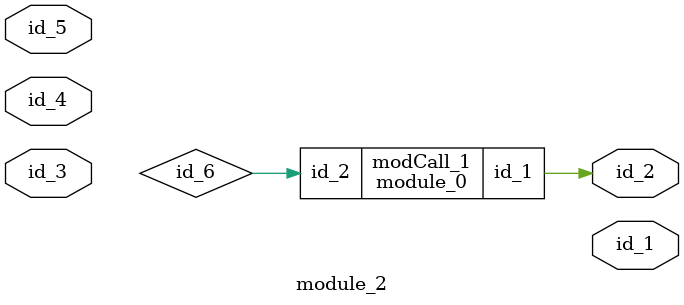
<source format=v>
module module_0 (
    id_1,
    id_2
);
  input wire id_2;
  output wire id_1;
  assign id_1 = id_2;
  assign id_1 = 1;
endmodule
module module_1 (
    id_1,
    id_2,
    id_3,
    id_4,
    id_5,
    id_6
);
  output wire id_6;
  inout wire id_5;
  inout wire id_4;
  inout wire id_3;
  inout wire id_2;
  inout wire id_1;
  wire id_7;
  module_0 modCall_1 (
      id_4,
      id_2
  );
endmodule
module module_2 (
    id_1,
    id_2,
    id_3,
    id_4,
    id_5
);
  inout wire id_5;
  input wire id_4;
  input wire id_3;
  output wire id_2;
  output wire id_1;
  wire id_6;
  module_0 modCall_1 (
      id_2,
      id_6
  );
  assign id_6 = id_6;
endmodule

</source>
